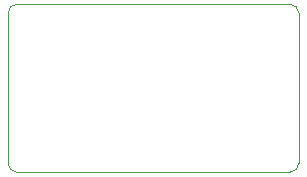
<source format=gbr>
%TF.GenerationSoftware,KiCad,Pcbnew,7.99.0-957-g18dd623122*%
%TF.CreationDate,2023-08-18T16:16:10-04:00*%
%TF.ProjectId,bmi088,626d6930-3838-42e6-9b69-6361645f7063,V1.0*%
%TF.SameCoordinates,Original*%
%TF.FileFunction,Profile,NP*%
%FSLAX46Y46*%
G04 Gerber Fmt 4.6, Leading zero omitted, Abs format (unit mm)*
G04 Created by KiCad (PCBNEW 7.99.0-957-g18dd623122) date 2023-08-18 16:16:10*
%MOMM*%
%LPD*%
G01*
G04 APERTURE LIST*
%TA.AperFunction,Profile*%
%ADD10C,0.100000*%
%TD*%
G04 APERTURE END LIST*
D10*
X135059500Y-109728000D02*
X135059500Y-97027999D01*
X135059500Y-109728000D02*
G75*
G03*
X135821500Y-110490000I762000J0D01*
G01*
X158935500Y-110490000D02*
X135821500Y-110490000D01*
X135821499Y-96265999D02*
X158935500Y-96265999D01*
X159697500Y-97028000D02*
G75*
G03*
X158935500Y-96266000I-762000J0D01*
G01*
X158935500Y-110490000D02*
G75*
G03*
X159697500Y-109728000I0J762000D01*
G01*
X159697500Y-97028000D02*
X159697500Y-109728000D01*
X135821499Y-96265999D02*
G75*
G03*
X135059499Y-97027999I1J-762001D01*
G01*
M02*

</source>
